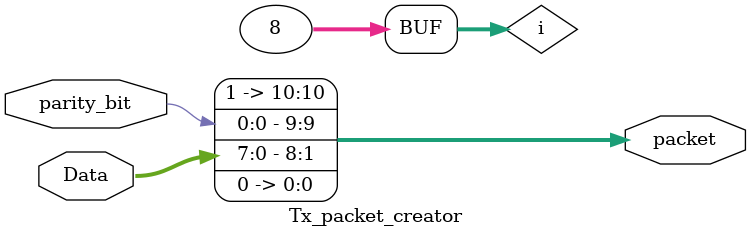
<source format=v>
`timescale 1ns/1ps

module Tx_packet_creator(
  input parity_bit,
  input [7:0] Data,
  output reg [10:0] packet = 0
);
 
  integer i;
  always@(Data or parity_bit)
    begin
      packet = 0; // Fill the packet with zeroes
      packet[0] <= 0; // Start bit
     
      for(i=0; i<8 ; i=i+1)
        packet[i+1] <= Data[i]; // Insert data
     
      packet[9] = parity_bit; // Parity bit
      packet[10] = 1; // Stop bit

    end
 
endmodule
</source>
